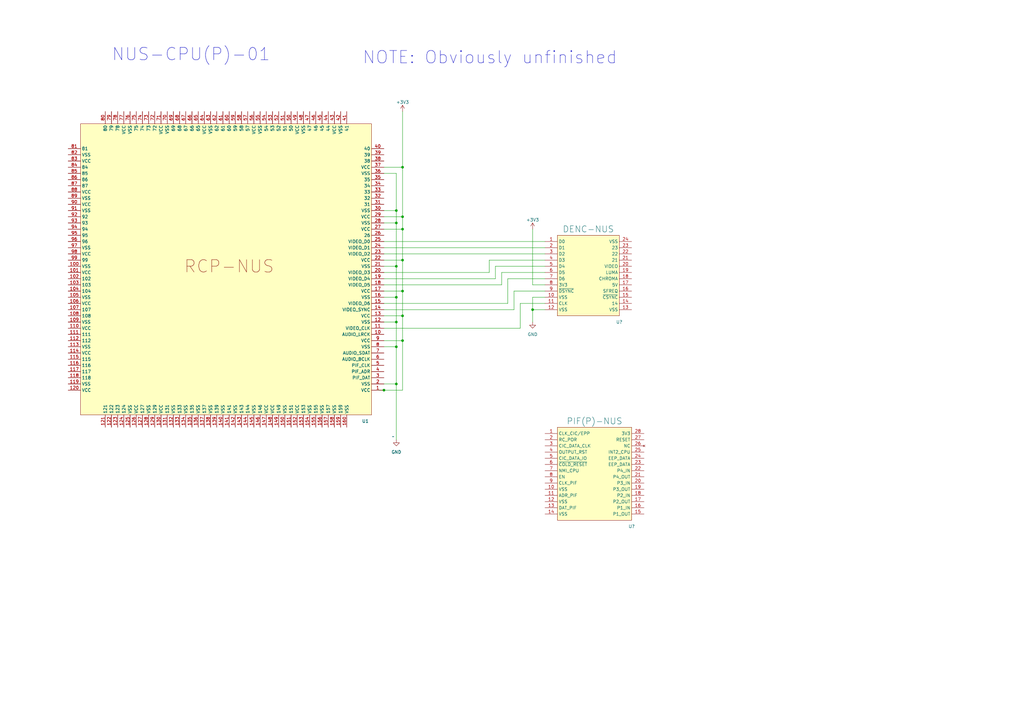
<source format=kicad_sch>
(kicad_sch (version 20230121) (generator eeschema)
  (paper "A3")
  (title_block (title "NUS-CPU-(P)-01") (date "2023-04-05"))
  (lib_symbols
    (symbol "n64:DENC-NUS"
      (property "Reference" "U" (at -2.54 0 0))
      (property "Value" "DENC-NUS" (at -15.24 38.1 0))
      (symbol "DENC-NUS_1_1"
        (rectangle (start -27.94 35.56) (end -2.54 2.54) (fill (type background)))
        (pin bidirectional line (at -33.02 33.02 0) (length 5.08) (name "D0") (number "1"))
        (pin power_in line (at -33.02 10.16 0) (length 5.08) (name "VSS") (number "10"))
        (pin bidirectional line (at -33.02 7.62 0) (length 5.08) (name "CLK") (number "11"))
        (pin power_in line (at -33.02 5.08 0) (length 5.08) (name "VSS") (number "12"))
        (pin power_in line (at 2.54 5.08 180) (length 5.08) (name "VSS") (number "13"))
        (pin bidirectional line (at 2.54 7.62 180) (length 5.08) (name "14") (number "14"))
        (pin bidirectional line (at 2.54 10.16 180) (length 5.08) (name "~{CSYNC}") (number "15"))
        (pin bidirectional line (at 2.54 12.7 180) (length 5.08) (name "SFREQ") (number "16"))
        (pin power_in line (at 2.54 15.24 180) (length 5.08) (name "5V") (number "17"))
        (pin bidirectional line (at 2.54 17.78 180) (length 5.08) (name "CHROMA") (number "18"))
        (pin bidirectional line (at 2.54 20.32 180) (length 5.08) (name "LUMA") (number "19"))
        (pin bidirectional line (at -33.02 30.48 0) (length 5.08) (name "D1") (number "2"))
        (pin bidirectional line (at 2.54 22.86 180) (length 5.08) (name "VIDEO") (number "20"))
        (pin bidirectional line (at 2.54 25.4 180) (length 5.08) (name "21") (number "21"))
        (pin bidirectional line (at 2.54 27.94 180) (length 5.08) (name "22") (number "22"))
        (pin bidirectional line (at 2.54 30.48 180) (length 5.08) (name "23") (number "23"))
        (pin power_in line (at 2.54 33.02 180) (length 5.08) (name "VSS") (number "24"))
        (pin bidirectional line (at -33.02 27.94 0) (length 5.08) (name "D2") (number "3"))
        (pin bidirectional line (at -33.02 25.4 0) (length 5.08) (name "D3") (number "4"))
        (pin bidirectional line (at -33.02 22.86 0) (length 5.08) (name "D4") (number "5"))
        (pin bidirectional line (at -33.02 20.32 0) (length 5.08) (name "D5") (number "6"))
        (pin bidirectional line (at -33.02 17.78 0) (length 5.08) (name "D6") (number "7"))
        (pin power_in line (at -33.02 15.24 0) (length 5.08) (name "3V3") (number "8"))
        (pin bidirectional line (at -33.02 12.7 0) (length 5.08) (name "~{DSYNC}") (number "9"))
      )
    )
    (symbol "n64:PIF(P)-NUS"
      (property "Reference" "U" (at 0 0 0))
      (property "Value" "PIF(P)-NUS" (at -15.24 43.18 0))
      (symbol "PIF(P)-NUS_1_1"
        (rectangle (start -30.48 40.64) (end 0 2.54) (fill (type background)))
        (pin bidirectional line (at -35.56 38.1 0) (length 5.08) (name "CLK_CIC/EPP") (number "1"))
        (pin power_in line (at -35.56 15.24 0) (length 5.08) (name "VSS") (number "10"))
        (pin bidirectional line (at -35.56 12.7 0) (length 5.08) (name "ADR_PIF") (number "11"))
        (pin power_in line (at -35.56 10.16 0) (length 5.08) (name "VSS") (number "12"))
        (pin bidirectional line (at -35.56 7.62 0) (length 5.08) (name "DAT_PIF") (number "13"))
        (pin power_in line (at -35.56 5.08 0) (length 5.08) (name "VSS") (number "14"))
        (pin bidirectional line (at 5.08 5.08 180) (length 5.08) (name "P1_OUT") (number "15"))
        (pin bidirectional line (at 5.08 7.62 180) (length 5.08) (name "P1_IN") (number "16"))
        (pin bidirectional line (at 5.08 10.16 180) (length 5.08) (name "P2_OUT") (number "17"))
        (pin bidirectional line (at 5.08 12.7 180) (length 5.08) (name "P2_IN") (number "18"))
        (pin bidirectional line (at 5.08 15.24 180) (length 5.08) (name "P3_OUT") (number "19"))
        (pin bidirectional line (at -35.56 35.56 0) (length 5.08) (name "RC_POR") (number "2"))
        (pin bidirectional line (at 5.08 17.78 180) (length 5.08) (name "P3_IN") (number "20"))
        (pin bidirectional line (at 5.08 20.32 180) (length 5.08) (name "P4_OUT") (number "21"))
        (pin bidirectional line (at 5.08 22.86 180) (length 5.08) (name "P4_IN") (number "22"))
        (pin bidirectional line (at 5.08 25.4 180) (length 5.08) (name "EEP_DATA") (number "23"))
        (pin bidirectional line (at 5.08 27.94 180) (length 5.08) (name "EEP_DATA") (number "24"))
        (pin bidirectional line (at 5.08 30.48 180) (length 5.08) (name "INT2_CPU") (number "25"))
        (pin no_connect line (at 5.08 33.02 180) (length 5.08) (name "NC") (number "26"))
        (pin bidirectional line (at 5.08 35.56 180) (length 5.08) (name "RESET") (number "27"))
        (pin power_in line (at 5.08 38.1 180) (length 5.08) (name "3V3") (number "28"))
        (pin bidirectional line (at -35.56 33.02 0) (length 5.08) (name "CIC_DATA_CLK") (number "3"))
        (pin bidirectional line (at -35.56 30.48 0) (length 5.08) (name "OUTPUT_RST") (number "4"))
        (pin bidirectional line (at -35.56 27.94 0) (length 5.08) (name "CIC_DATA_IO") (number "5"))
        (pin bidirectional line (at -35.56 25.4 0) (length 5.08) (name "~{COLD_RESET}") (number "6"))
        (pin bidirectional line (at -35.56 22.86 0) (length 5.08) (name "NMI_CPU") (number "7"))
        (pin bidirectional line (at -35.56 20.32 0) (length 5.08) (name "EN") (number "8"))
        (pin bidirectional line (at -35.56 17.78 0) (length 5.08) (name "CLK_PIF") (number "9"))
      )
    )
    (symbol "n64:RCP-NUS"
      (property "Reference" "U" (at 8.89 6.35 0))
      (symbol "RCP-NUS_1_1"
        (rectangle (start -119.38 134.62) (end 0 15.24) (fill (type background)))
        (text "RCP-NUS" (at -58.42 76.2 0) (effects (font (size 5.08 5.08))))
        (pin bidirectional line (at 5.08 25.4 180) (length 5.08) (name "VCC") (number "1"))
        (pin bidirectional line (at 5.08 48.26 180) (length 5.08) (name "AUDIO_LRCK") (number "10"))
        (pin bidirectional line (at -124.46 76.2 0) (length 5.08) (name "VSS") (number "100"))
        (pin bidirectional line (at -124.46 73.66 0) (length 5.08) (name "VCC") (number "101"))
        (pin bidirectional line (at -124.46 71.12 0) (length 5.08) (name "102") (number "102"))
        (pin bidirectional line (at -124.46 68.58 0) (length 5.08) (name "103") (number "103"))
        (pin bidirectional line (at -124.46 66.04 0) (length 5.08) (name "104") (number "104"))
        (pin bidirectional line (at -124.46 63.5 0) (length 5.08) (name "VSS") (number "105"))
        (pin bidirectional line (at -124.46 60.96 0) (length 5.08) (name "VCC") (number "106"))
        (pin bidirectional line (at -124.46 58.42 0) (length 5.08) (name "107") (number "107"))
        (pin bidirectional line (at -124.46 55.88 0) (length 5.08) (name "108") (number "108"))
        (pin bidirectional line (at -124.46 53.34 0) (length 5.08) (name "VSS") (number "109"))
        (pin bidirectional line (at 5.08 50.8 180) (length 5.08) (name "VIDEO_CLK") (number "11"))
        (pin bidirectional line (at -124.46 50.8 0) (length 5.08) (name "VCC") (number "110"))
        (pin bidirectional line (at -124.46 48.26 0) (length 5.08) (name "111") (number "111"))
        (pin bidirectional line (at -124.46 45.72 0) (length 5.08) (name "112") (number "112"))
        (pin bidirectional line (at -124.46 43.18 0) (length 5.08) (name "VSS") (number "113"))
        (pin bidirectional line (at -124.46 40.64 0) (length 5.08) (name "VCC") (number "114"))
        (pin bidirectional line (at -124.46 38.1 0) (length 5.08) (name "115") (number "115"))
        (pin bidirectional line (at -124.46 35.56 0) (length 5.08) (name "116") (number "116"))
        (pin bidirectional line (at -124.46 33.02 0) (length 5.08) (name "117") (number "117"))
        (pin bidirectional line (at -124.46 30.48 0) (length 5.08) (name "118") (number "118"))
        (pin bidirectional line (at -124.46 27.94 0) (length 5.08) (name "VSS") (number "119"))
        (pin bidirectional line (at 5.08 53.34 180) (length 5.08) (name "VSS") (number "12"))
        (pin bidirectional line (at -124.46 25.4 0) (length 5.08) (name "VCC") (number "120"))
        (pin bidirectional line (at -109.22 10.16 90) (length 5.08) (name "121") (number "121"))
        (pin bidirectional line (at -106.68 10.16 90) (length 5.08) (name "122") (number "122"))
        (pin bidirectional line (at -104.14 10.16 90) (length 5.08) (name "123") (number "123"))
        (pin bidirectional line (at -101.6 10.16 90) (length 5.08) (name "124") (number "124"))
        (pin bidirectional line (at -99.06 10.16 90) (length 5.08) (name "VSS") (number "125"))
        (pin bidirectional line (at -96.52 10.16 90) (length 5.08) (name "VCC") (number "126"))
        (pin bidirectional line (at -93.98 10.16 90) (length 5.08) (name "127") (number "127"))
        (pin bidirectional line (at -91.44 10.16 90) (length 5.08) (name "VSS") (number "128"))
        (pin bidirectional line (at -88.9 10.16 90) (length 5.08) (name "129") (number "129"))
        (pin bidirectional line (at 5.08 55.88 180) (length 5.08) (name "VCC") (number "13"))
        (pin bidirectional line (at -86.36 10.16 90) (length 5.08) (name "VCC") (number "130"))
        (pin bidirectional line (at -83.82 10.16 90) (length 5.08) (name "131") (number "131"))
        (pin bidirectional line (at -81.28 10.16 90) (length 5.08) (name "VSS") (number "132"))
        (pin bidirectional line (at -78.74 10.16 90) (length 5.08) (name "133") (number "133"))
        (pin bidirectional line (at -76.2 10.16 90) (length 5.08) (name "VSS") (number "134"))
        (pin bidirectional line (at -73.66 10.16 90) (length 5.08) (name "135") (number "135"))
        (pin bidirectional line (at -71.12 10.16 90) (length 5.08) (name "VSS") (number "136"))
        (pin bidirectional line (at -68.58 10.16 90) (length 5.08) (name "137") (number "137"))
        (pin bidirectional line (at -66.04 10.16 90) (length 5.08) (name "VSS") (number "138"))
        (pin bidirectional line (at -63.5 10.16 90) (length 5.08) (name "139") (number "139"))
        (pin bidirectional line (at 5.08 58.42 180) (length 5.08) (name "VIDEO_SYNC") (number "14"))
        (pin bidirectional line (at -60.96 10.16 90) (length 5.08) (name "VSS") (number "140"))
        (pin bidirectional line (at -58.42 10.16 90) (length 5.08) (name "141") (number "141"))
        (pin bidirectional line (at -55.88 10.16 90) (length 5.08) (name "VSS") (number "142"))
        (pin bidirectional line (at -53.34 10.16 90) (length 5.08) (name "143") (number "143"))
        (pin bidirectional line (at -50.8 10.16 90) (length 5.08) (name "144") (number "144"))
        (pin bidirectional line (at -48.26 10.16 90) (length 5.08) (name "VSS") (number "145"))
        (pin bidirectional line (at -45.72 10.16 90) (length 5.08) (name "146") (number "146"))
        (pin bidirectional line (at -43.18 10.16 90) (length 5.08) (name "VCC") (number "147"))
        (pin bidirectional line (at -40.64 10.16 90) (length 5.08) (name "VCC") (number "148"))
        (pin bidirectional line (at -38.1 10.16 90) (length 5.08) (name "149") (number "149"))
        (pin bidirectional line (at 5.08 60.96 180) (length 5.08) (name "VIDEO_D6") (number "15"))
        (pin bidirectional line (at -35.56 10.16 90) (length 5.08) (name "VSS") (number "150"))
        (pin bidirectional line (at -33.02 10.16 90) (length 5.08) (name "151") (number "151"))
        (pin bidirectional line (at -30.48 10.16 90) (length 5.08) (name "VCC") (number "152"))
        (pin bidirectional line (at -27.94 10.16 90) (length 5.08) (name "153") (number "153"))
        (pin bidirectional line (at -25.4 10.16 90) (length 5.08) (name "VSS") (number "154"))
        (pin bidirectional line (at -22.86 10.16 90) (length 5.08) (name "155") (number "155"))
        (pin bidirectional line (at -20.32 10.16 90) (length 5.08) (name "VSS") (number "156"))
        (pin bidirectional line (at -17.78 10.16 90) (length 5.08) (name "157") (number "157"))
        (pin bidirectional line (at -15.24 10.16 90) (length 5.08) (name "VSS") (number "158"))
        (pin bidirectional line (at -12.7 10.16 90) (length 5.08) (name "159") (number "159"))
        (pin bidirectional line (at 5.08 63.5 180) (length 5.08) (name "VSS") (number "16"))
        (pin bidirectional line (at -10.16 10.16 90) (length 5.08) (name "VSS") (number "160"))
        (pin bidirectional line (at 5.08 66.04 180) (length 5.08) (name "VCC") (number "17"))
        (pin bidirectional line (at 5.08 68.58 180) (length 5.08) (name "VIDEO_D5") (number "18"))
        (pin bidirectional line (at 5.08 71.12 180) (length 5.08) (name "VIDEO_D4") (number "19"))
        (pin bidirectional line (at 5.08 27.94 180) (length 5.08) (name "VSS") (number "2"))
        (pin bidirectional line (at 5.08 73.66 180) (length 5.08) (name "VIDEO_D3") (number "20"))
        (pin bidirectional line (at 5.08 76.2 180) (length 5.08) (name "VSS") (number "21"))
        (pin bidirectional line (at 5.08 78.74 180) (length 5.08) (name "VCC") (number "22"))
        (pin bidirectional line (at 5.08 81.28 180) (length 5.08) (name "VIDEO_D2") (number "23"))
        (pin bidirectional line (at 5.08 83.82 180) (length 5.08) (name "VIDEO_D1") (number "24"))
        (pin bidirectional line (at 5.08 86.36 180) (length 5.08) (name "VIDEO_D0") (number "25"))
        (pin bidirectional line (at 5.08 88.9 180) (length 5.08) (name "26") (number "26"))
        (pin bidirectional line (at 5.08 91.44 180) (length 5.08) (name "VCC") (number "27"))
        (pin bidirectional line (at 5.08 93.98 180) (length 5.08) (name "VSS") (number "28"))
        (pin bidirectional line (at 5.08 96.52 180) (length 5.08) (name "VCC") (number "29"))
        (pin bidirectional line (at 5.08 30.48 180) (length 5.08) (name "PIF_DAT") (number "3"))
        (pin bidirectional line (at 5.08 99.06 180) (length 5.08) (name "VSS") (number "30"))
        (pin bidirectional line (at 5.08 101.6 180) (length 5.08) (name "31") (number "31"))
        (pin bidirectional line (at 5.08 104.14 180) (length 5.08) (name "32") (number "32"))
        (pin bidirectional line (at 5.08 106.68 180) (length 5.08) (name "33") (number "33"))
        (pin bidirectional line (at 5.08 109.22 180) (length 5.08) (name "34") (number "34"))
        (pin bidirectional line (at 5.08 111.76 180) (length 5.08) (name "35") (number "35"))
        (pin bidirectional line (at 5.08 114.3 180) (length 5.08) (name "VSS") (number "36"))
        (pin bidirectional line (at 5.08 116.84 180) (length 5.08) (name "VCC") (number "37"))
        (pin bidirectional line (at 5.08 119.38 180) (length 5.08) (name "38") (number "38"))
        (pin bidirectional line (at 5.08 121.92 180) (length 5.08) (name "39") (number "39"))
        (pin bidirectional line (at 5.08 33.02 180) (length 5.08) (name "PIF_ADR") (number "4"))
        (pin bidirectional line (at 5.08 124.46 180) (length 5.08) (name "40") (number "40"))
        (pin bidirectional line (at -10.16 139.7 270) (length 5.08) (name "41") (number "41"))
        (pin bidirectional line (at -12.7 139.7 270) (length 5.08) (name "VSS") (number "42"))
        (pin bidirectional line (at -15.24 139.7 270) (length 5.08) (name "VCC") (number "43"))
        (pin bidirectional line (at -17.78 139.7 270) (length 5.08) (name "44") (number "44"))
        (pin bidirectional line (at -20.32 139.7 270) (length 5.08) (name "45") (number "45"))
        (pin bidirectional line (at -22.86 139.7 270) (length 5.08) (name "46") (number "46"))
        (pin bidirectional line (at -25.4 139.7 270) (length 5.08) (name "47") (number "47"))
        (pin bidirectional line (at -27.94 139.7 270) (length 5.08) (name "VSS") (number "48"))
        (pin bidirectional line (at -30.48 139.7 270) (length 5.08) (name "VCC") (number "49"))
        (pin bidirectional line (at 5.08 35.56 180) (length 5.08) (name "PIF_CLK") (number "5"))
        (pin bidirectional line (at -33.02 139.7 270) (length 5.08) (name "50") (number "50"))
        (pin bidirectional line (at -35.56 139.7 270) (length 5.08) (name "51") (number "51"))
        (pin bidirectional line (at -38.1 139.7 270) (length 5.08) (name "52") (number "52"))
        (pin bidirectional line (at -40.64 139.7 270) (length 5.08) (name "53") (number "53"))
        (pin bidirectional line (at -43.18 139.7 270) (length 5.08) (name "54") (number "54"))
        (pin bidirectional line (at -45.72 139.7 270) (length 5.08) (name "VSS") (number "55"))
        (pin bidirectional line (at -48.26 139.7 270) (length 5.08) (name "VCC") (number "56"))
        (pin bidirectional line (at -50.8 139.7 270) (length 5.08) (name "57") (number "57"))
        (pin bidirectional line (at -53.34 139.7 270) (length 5.08) (name "58") (number "58"))
        (pin bidirectional line (at -55.88 139.7 270) (length 5.08) (name "59") (number "59"))
        (pin bidirectional line (at 5.08 38.1 180) (length 5.08) (name "AUDIO_BCLK") (number "6"))
        (pin bidirectional line (at -58.42 139.7 270) (length 5.08) (name "60") (number "60"))
        (pin bidirectional line (at -60.96 139.7 270) (length 5.08) (name "61") (number "61"))
        (pin bidirectional line (at -63.5 139.7 270) (length 5.08) (name "62") (number "62"))
        (pin bidirectional line (at -66.04 139.7 270) (length 5.08) (name "VSS") (number "63"))
        (pin bidirectional line (at -68.58 139.7 270) (length 5.08) (name "VCC") (number "64"))
        (pin bidirectional line (at -71.12 139.7 270) (length 5.08) (name "65") (number "65"))
        (pin bidirectional line (at -73.66 139.7 270) (length 5.08) (name "66") (number "66"))
        (pin bidirectional line (at -76.2 139.7 270) (length 5.08) (name "67") (number "67"))
        (pin bidirectional line (at -78.74 139.7 270) (length 5.08) (name "68") (number "68"))
        (pin bidirectional line (at -81.28 139.7 270) (length 5.08) (name "69") (number "69"))
        (pin bidirectional line (at 5.08 40.64 180) (length 5.08) (name "AUDIO_SDAT") (number "7"))
        (pin bidirectional line (at -83.82 139.7 270) (length 5.08) (name "VSS") (number "70"))
        (pin bidirectional line (at -86.36 139.7 270) (length 5.08) (name "VCC") (number "71"))
        (pin bidirectional line (at -88.9 139.7 270) (length 5.08) (name "72") (number "72"))
        (pin bidirectional line (at -91.44 139.7 270) (length 5.08) (name "73") (number "73"))
        (pin bidirectional line (at -93.98 139.7 270) (length 5.08) (name "74") (number "74"))
        (pin bidirectional line (at -96.52 139.7 270) (length 5.08) (name "75") (number "75"))
        (pin bidirectional line (at -99.06 139.7 270) (length 5.08) (name "VSS") (number "76"))
        (pin bidirectional line (at -101.6 139.7 270) (length 5.08) (name "VCC") (number "77"))
        (pin bidirectional line (at -104.14 139.7 270) (length 5.08) (name "78") (number "78"))
        (pin bidirectional line (at -106.68 139.7 270) (length 5.08) (name "79") (number "79"))
        (pin bidirectional line (at 5.08 43.18 180) (length 5.08) (name "VSS") (number "8"))
        (pin bidirectional line (at -109.22 139.7 270) (length 5.08) (name "80") (number "80"))
        (pin bidirectional line (at -124.46 124.46 0) (length 5.08) (name "81") (number "81"))
        (pin bidirectional line (at -124.46 121.92 0) (length 5.08) (name "VSS") (number "82"))
        (pin bidirectional line (at -124.46 119.38 0) (length 5.08) (name "VCC") (number "83"))
        (pin bidirectional line (at -124.46 116.84 0) (length 5.08) (name "84") (number "84"))
        (pin bidirectional line (at -124.46 114.3 0) (length 5.08) (name "85") (number "85"))
        (pin bidirectional line (at -124.46 111.76 0) (length 5.08) (name "86") (number "86"))
        (pin bidirectional line (at -124.46 109.22 0) (length 5.08) (name "87") (number "87"))
        (pin bidirectional line (at -124.46 106.68 0) (length 5.08) (name "VCC") (number "88"))
        (pin bidirectional line (at -124.46 104.14 0) (length 5.08) (name "VSS") (number "89"))
        (pin bidirectional line (at 5.08 45.72 180) (length 5.08) (name "VCC") (number "9"))
        (pin bidirectional line (at -124.46 101.6 0) (length 5.08) (name "VCC") (number "90"))
        (pin bidirectional line (at -124.46 99.06 0) (length 5.08) (name "VSS") (number "91"))
        (pin bidirectional line (at -124.46 96.52 0) (length 5.08) (name "92") (number "92"))
        (pin bidirectional line (at -124.46 93.98 0) (length 5.08) (name "93") (number "93"))
        (pin bidirectional line (at -124.46 91.44 0) (length 5.08) (name "94") (number "94"))
        (pin bidirectional line (at -124.46 88.9 0) (length 5.08) (name "95") (number "95"))
        (pin bidirectional line (at -124.46 86.36 0) (length 5.08) (name "96") (number "96"))
        (pin bidirectional line (at -124.46 83.82 0) (length 5.08) (name "VSS") (number "97"))
        (pin bidirectional line (at -124.46 81.28 0) (length 5.08) (name "VCC") (number "98"))
        (pin bidirectional line (at -124.46 78.74 0) (length 5.08) (name "99") (number "99"))
      )
    )
    (symbol "power:+3V3" (power) (pin_names (offset 0))
      (property "Value" "+3V3" (at 0 3.556 0))
      (symbol "+3V3_0_1"
        (polyline (pts (xy -0.762 1.27) (xy 0 2.54)))
        (polyline (pts (xy 0 0) (xy 0 2.54)))
        (polyline (pts (xy 0 2.54) (xy 0.762 1.27)))
      )
      (symbol "+3V3_1_1"
        (pin power_in line (at 0 0 90) (length 0) hide (name "+3V3") (number "1"))
      )
    )
    (symbol "power:GND" (power) (pin_names (offset 0))
      (property "Value" "GND" (at 0 -3.81 0))
      (symbol "GND_0_1"
        (polyline (pts (xy 0 0) (xy 0 -1.27) (xy 1.27 -1.27) (xy 0 -2.54) (xy -1.27 -1.27) (xy 0 -1.27)))
      )
      (symbol "GND_1_1"
        (pin power_in line (at 0 0 270) (length 0) hide (name "GND") (number "1"))
      )
    )
  )
  (junction (at 165.1 139.7))
  (junction (at 165.1 119.38))
  (junction (at 162.56 109.22))
  (junction (at 162.56 91.44))
  (junction (at 165.1 129.54))
  (junction (at 162.56 132.08))
  (junction (at 218.44 127))
  (junction (at 162.56 142.24))
  (junction (at 162.56 157.48))
  (junction (at 165.1 93.98))
  (junction (at 157.48 160.02))
  (junction (at 165.1 106.68))
  (junction (at 165.1 68.58))
  (junction (at 165.1 88.9))
  (junction (at 162.56 121.92))
  (junction (at 162.56 86.36))
  (wire (pts (xy 165.1 88.9) (xy 165.1 93.98)))
  (wire (pts (xy 203.2 114.3) (xy 157.48 114.3)))
  (wire (pts (xy 157.48 91.44) (xy 162.56 91.44)))
  (wire (pts (xy 205.74 111.76) (xy 223.52 111.76)))
  (wire (pts (xy 162.56 180.34) (xy 162.56 157.48)))
  (wire (pts (xy 223.52 124.46) (xy 213.36 124.46)))
  (wire (pts (xy 223.52 119.38) (xy 210.82 119.38)))
  (wire (pts (xy 157.48 106.68) (xy 165.1 106.68)))
  (wire (pts (xy 165.1 139.7) (xy 165.1 160.02)))
  (wire (pts (xy 157.48 119.38) (xy 165.1 119.38)))
  (wire (pts (xy 165.1 129.54) (xy 165.1 139.7)))
  (wire (pts (xy 165.1 93.98) (xy 165.1 106.68)))
  (wire (pts (xy 165.1 106.68) (xy 165.1 119.38)))
  (wire (pts (xy 200.66 106.68) (xy 223.52 106.68)))
  (wire (pts (xy 218.44 93.98) (xy 218.44 116.84)))
  (wire (pts (xy 157.48 99.06) (xy 223.52 99.06)))
  (wire (pts (xy 157.48 121.92) (xy 162.56 121.92)))
  (wire (pts (xy 210.82 119.38) (xy 210.82 127)))
  (wire (pts (xy 162.56 132.08) (xy 162.56 121.92)))
  (wire (pts (xy 165.1 119.38) (xy 165.1 129.54)))
  (wire (pts (xy 157.48 111.76) (xy 200.66 111.76)))
  (wire (pts (xy 223.52 109.22) (xy 203.2 109.22)))
  (wire (pts (xy 162.56 121.92) (xy 162.56 109.22)))
  (wire (pts (xy 157.48 116.84) (xy 205.74 116.84)))
  (wire (pts (xy 218.44 121.92) (xy 218.44 127)))
  (wire (pts (xy 157.48 129.54) (xy 165.1 129.54)))
  (wire (pts (xy 208.28 124.46) (xy 157.48 124.46)))
  (wire (pts (xy 223.52 114.3) (xy 208.28 114.3)))
  (wire (pts (xy 205.74 116.84) (xy 205.74 111.76)))
  (wire (pts (xy 162.56 71.12) (xy 157.48 71.12)))
  (wire (pts (xy 157.48 93.98) (xy 165.1 93.98)))
  (wire (pts (xy 223.52 121.92) (xy 218.44 121.92)))
  (wire (pts (xy 162.56 86.36) (xy 162.56 71.12)))
  (wire (pts (xy 213.36 134.62) (xy 157.48 134.62)))
  (wire (pts (xy 157.48 157.48) (xy 162.56 157.48)))
  (wire (pts (xy 218.44 116.84) (xy 223.52 116.84)))
  (wire (pts (xy 210.82 127) (xy 157.48 127)))
  (wire (pts (xy 165.1 45.72) (xy 165.1 68.58)))
  (wire (pts (xy 157.48 142.24) (xy 162.56 142.24)))
  (wire (pts (xy 157.48 160.02) (xy 154.94 160.02)))
  (wire (pts (xy 157.48 109.22) (xy 162.56 109.22)))
  (wire (pts (xy 162.56 157.48) (xy 162.56 142.24)))
  (wire (pts (xy 200.66 111.76) (xy 200.66 106.68)))
  (wire (pts (xy 165.1 160.02) (xy 157.48 160.02)))
  (wire (pts (xy 157.48 132.08) (xy 162.56 132.08)))
  (wire (pts (xy 157.48 68.58) (xy 165.1 68.58)))
  (wire (pts (xy 218.44 127) (xy 223.52 127)))
  (wire (pts (xy 162.56 109.22) (xy 162.56 91.44)))
  (wire (pts (xy 162.56 142.24) (xy 162.56 132.08)))
  (wire (pts (xy 157.48 101.6) (xy 223.52 101.6)))
  (wire (pts (xy 165.1 68.58) (xy 165.1 88.9)))
  (wire (pts (xy 208.28 114.3) (xy 208.28 124.46)))
  (wire (pts (xy 157.48 86.36) (xy 162.56 86.36)))
  (wire (pts (xy 162.56 91.44) (xy 162.56 86.36)))
  (wire (pts (xy 203.2 109.22) (xy 203.2 114.3)))
  (wire (pts (xy 157.48 139.7) (xy 165.1 139.7)))
  (wire (pts (xy 213.36 124.46) (xy 213.36 134.62)))
  (wire (pts (xy 157.48 88.9) (xy 165.1 88.9)))
  (wire (pts (xy 218.44 127) (xy 218.44 132.08)))
  (wire (pts (xy 157.48 104.14) (xy 223.52 104.14)))
  (text "NOTE: Obviously unfinished" (at 148.59 26.67 0) (effects (font (size 5.08 5.08)) (justify left bottom)))
  (text "NUS-CPU(P)-01" (at 45.72 25.4 0) (effects (font (size 5.08 5.08)) (justify left bottom)))
  (symbol (lib_id "power:+3V3") (at 218.44 93.98 0) (unit 1)
    (property "Reference" "#PWR03" (effects hide))
    (property "Value" "+3V3" (at 218.44 90.17 0))
    (instances (project "n64-kicad" (path "" (reference "#PWR03") (unit 1)) (path "" (reference "#PWR07") (unit 1)) (path "" (reference "#PWR011") (unit 1)) (path "" (reference "#PWR03") (unit 1))))
  )
  (symbol (lib_id "n64:PIF(P)-NUS") (at 259.08 215.9 0) (unit 1)
    (property "Reference" "U?" (at 259.08 215.9 0))
    (property "Value" "PIF(P)-NUS" (at 243.84 172.72 0) (effects (font (size 2.54 2.54))))
  )
  (symbol (lib_id "power:GND") (at 218.44 132.08 0) (unit 1)
    (property "Reference" "#PWR04" (effects hide))
    (property "Value" "GND" (at 218.44 137.16 0))
    (instances (project "n64-kicad" (path "" (reference "#PWR04") (unit 1)) (path "" (reference "#PWR08") (unit 1)) (path "" (reference "#PWR012") (unit 1)) (path "" (reference "#PWR04") (unit 1))))
  )
  (symbol (lib_id "power:+3V3") (at 165.1 45.72 0) (unit 1)
    (property "Reference" "#PWR02" (effects hide))
    (property "Value" "+3V3" (at 165.1 41.91 0))
    (instances (project "n64-kicad" (path "" (reference "#PWR02") (unit 1)) (path "" (reference "#PWR06") (unit 1)) (path "" (reference "#PWR010") (unit 1)) (path "" (reference "#PWR02") (unit 1))))
  )
  (symbol (lib_id "n64:RCP-NUS") (at 152.4 185.42 0) (unit 1)
    (property "Reference" "U1" (at 149.86 172.72 0))
    (property "Value" "~" (at 161.29 179.07 0))
    (instances (project "n64-kicad" (path "" (reference "U1") (unit 1)) (path "" (reference "U3") (unit 1)) (path "" (reference "U6") (unit 1)) (path "" (reference "U?") (unit 1))))
  )
  (symbol (lib_id "power:GND") (at 162.56 180.34 0) (unit 1)
    (property "Reference" "#PWR01" (effects hide))
    (property "Value" "GND" (at 162.56 185.42 0))
    (instances (project "n64-kicad" (path "" (reference "#PWR01") (unit 1)) (path "" (reference "#PWR05") (unit 1)) (path "" (reference "#PWR09") (unit 1)) (path "" (reference "#PWR01") (unit 1))))
  )
  (symbol (lib_id "n64:DENC-NUS") (at 256.54 132.08 0) (unit 1)
    (property "Reference" "U?" (at 254 132.08 0))
    (property "Value" "DENC-NUS" (at 241.3 93.98 0) (effects (font (size 2.54 2.54))))
  )
)
</source>
